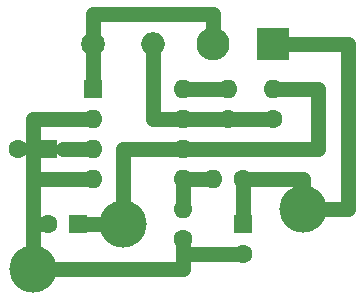
<source format=gbr>
G04 #@! TF.FileFunction,Copper,L1,Top,Signal*
%FSLAX46Y46*%
G04 Gerber Fmt 4.6, Leading zero omitted, Abs format (unit mm)*
G04 Created by KiCad (PCBNEW 4.0.7) date 12/27/17 22:58:13*
%MOMM*%
%LPD*%
G01*
G04 APERTURE LIST*
%ADD10C,0.100000*%
%ADD11R,1.600000X1.600000*%
%ADD12O,1.600000X1.600000*%
%ADD13C,1.600000*%
%ADD14R,2.800000X2.800000*%
%ADD15O,2.800000X2.800000*%
%ADD16C,4.000500*%
%ADD17C,2.000000*%
%ADD18O,2.000000X2.000000*%
%ADD19C,1.270000*%
G04 APERTURE END LIST*
D10*
D11*
X111760000Y-104140000D03*
D12*
X119380000Y-111760000D03*
X111760000Y-106680000D03*
X119380000Y-109220000D03*
X111760000Y-109220000D03*
X119380000Y-106680000D03*
X111760000Y-111760000D03*
X119380000Y-104140000D03*
D11*
X107950000Y-109220000D03*
D13*
X105450000Y-109220000D03*
D11*
X110490000Y-115570000D03*
D13*
X107990000Y-115570000D03*
D14*
X127000000Y-100330000D03*
D15*
X121920000Y-100330000D03*
D11*
X124460000Y-115570000D03*
D13*
X124460000Y-118070000D03*
D16*
X114300000Y-115570000D03*
X129540000Y-114300000D03*
X106680000Y-119380000D03*
D13*
X123190000Y-106680000D03*
D12*
X123190000Y-104140000D03*
D13*
X127000000Y-106680000D03*
D12*
X127000000Y-104140000D03*
D13*
X124460000Y-111760000D03*
D12*
X121920000Y-111760000D03*
D13*
X119380000Y-116840000D03*
D12*
X119380000Y-114300000D03*
D17*
X111760000Y-100330000D03*
D18*
X116840000Y-100330000D03*
D19*
X109220000Y-109220000D02*
X111760000Y-109220000D01*
X106680000Y-119380000D02*
X119380000Y-119380000D01*
X119380000Y-119380000D02*
X119380000Y-118110000D01*
X107990000Y-115570000D02*
X106680000Y-115570000D01*
X106680000Y-119380000D02*
X106680000Y-115570000D01*
X106680000Y-115570000D02*
X106680000Y-111840000D01*
X106680000Y-111840000D02*
X106760000Y-111760000D01*
X119380000Y-116840000D02*
X119380000Y-118110000D01*
X119380000Y-118110000D02*
X124420000Y-118110000D01*
X111760000Y-106680000D02*
X106680000Y-106680000D01*
X106760000Y-111760000D02*
X111760000Y-111760000D01*
X106720000Y-111720000D02*
X106760000Y-111760000D01*
X106720000Y-106720000D02*
X106720000Y-111720000D01*
X106680000Y-106680000D02*
X106720000Y-106720000D01*
X124420000Y-118110000D02*
X124460000Y-118070000D01*
X127000000Y-100330000D02*
X133350000Y-100330000D01*
X133350000Y-114300000D02*
X129540000Y-114300000D01*
X133350000Y-100330000D02*
X133350000Y-114300000D01*
X129540000Y-114300000D02*
X129540000Y-111760000D01*
X124460000Y-111760000D02*
X129540000Y-111760000D01*
X124460000Y-111760000D02*
X124460000Y-115570000D01*
X111760000Y-100330000D02*
X111760000Y-97790000D01*
X121920000Y-97790000D02*
X121920000Y-100330000D01*
X111760000Y-97790000D02*
X121920000Y-97790000D01*
X111760000Y-104140000D02*
X111760000Y-100330000D01*
X116840000Y-100330000D02*
X116840000Y-106680000D01*
X116840000Y-106680000D02*
X119380000Y-106680000D01*
X119380000Y-106680000D02*
X123190000Y-106680000D01*
X127000000Y-106680000D02*
X123190000Y-106680000D01*
X123190000Y-104140000D02*
X119380000Y-104140000D01*
X110490000Y-115570000D02*
X114300000Y-115570000D01*
X119380000Y-109220000D02*
X114300000Y-109220000D01*
X114300000Y-109220000D02*
X114300000Y-115570000D01*
X119380000Y-109220000D02*
X130810000Y-109220000D01*
X130810000Y-104140000D02*
X128270000Y-104140000D01*
X130810000Y-109220000D02*
X130810000Y-104140000D01*
X127000000Y-104140000D02*
X128270000Y-104140000D01*
X119380000Y-111760000D02*
X119380000Y-114300000D01*
X119380000Y-111760000D02*
X121920000Y-111760000D01*
M02*

</source>
